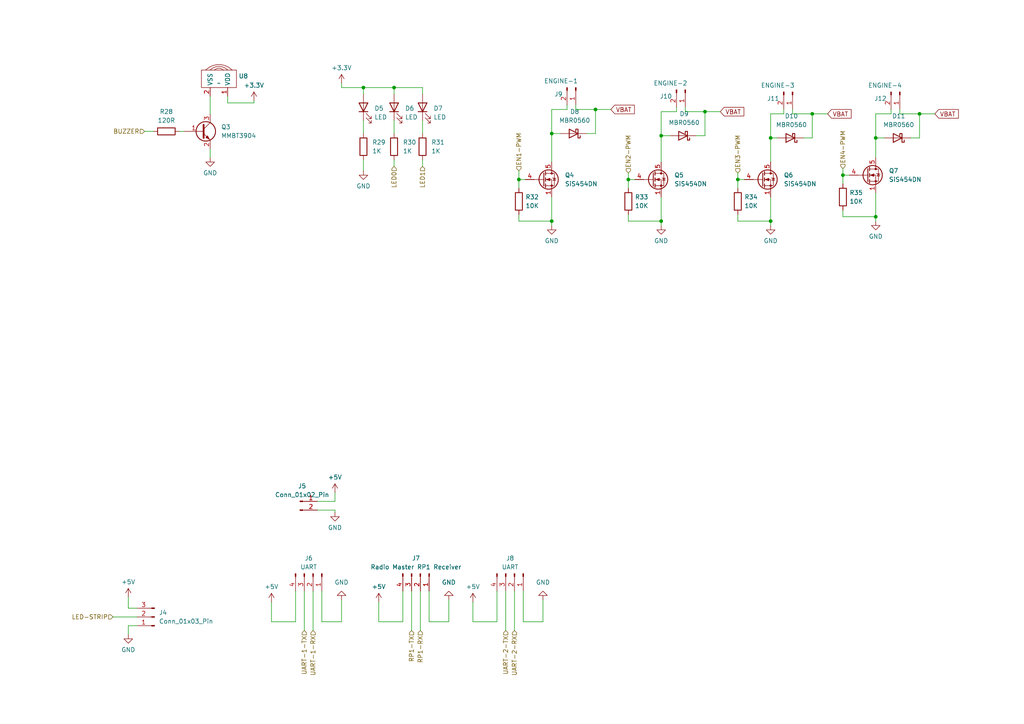
<source format=kicad_sch>
(kicad_sch (version 20231120) (generator "eeschema") (generator_version "8.0")
  (paper "A4")
  (lib_symbols
    (symbol "Connector:Conn_01x02_Pin" (pin_names (offset 1.016) hide)
      (property "Reference" "J" (at 0 2.54 0))
      (property "Value" "Conn_01x02_Pin" (at 0 -5.08 0))
      (symbol "Conn_01x02_Pin_1_1"
        (polyline (pts (xy 1.27 -2.54) (xy 0.8636 -2.54)) (stroke (width 0.1524)))
        (polyline (pts (xy 1.27 0) (xy 0.8636 0)) (stroke (width 0.1524)))
        (rectangle (start 0.8636 -2.413) (end 0 -2.667) (stroke (width 0.1524)) (fill (type outline)))
        (rectangle (start 0.8636 0.127) (end 0 -0.127) (stroke (width 0.1524)) (fill (type outline)))
        (pin passive line (at 5.08 0 180) (length 3.81) (name "Pin_1") (number "1"))
        (pin passive line (at 5.08 -2.54 180) (length 3.81) (name "Pin_2") (number "2"))
      )
    )
    (symbol "Connector:Conn_01x03_Pin" (pin_names (offset 1.016) hide)
      (property "Reference" "J" (at 0 5.08 0))
      (property "Value" "Conn_01x03_Pin" (at 0 -5.08 0))
      (symbol "Conn_01x03_Pin_1_1"
        (polyline (pts (xy 1.27 -2.54) (xy 0.8636 -2.54)) (stroke (width 0.1524)))
        (polyline (pts (xy 1.27 0) (xy 0.8636 0)) (stroke (width 0.1524)))
        (polyline (pts (xy 1.27 2.54) (xy 0.8636 2.54)) (stroke (width 0.1524)))
        (rectangle (start 0.8636 -2.413) (end 0 -2.667) (stroke (width 0.1524)) (fill (type outline)))
        (rectangle (start 0.8636 0.127) (end 0 -0.127) (stroke (width 0.1524)) (fill (type outline)))
        (rectangle (start 0.8636 2.667) (end 0 2.413) (stroke (width 0.1524)) (fill (type outline)))
        (pin passive line (at 5.08 2.54 180) (length 3.81) (name "Pin_1") (number "1"))
        (pin passive line (at 5.08 0 180) (length 3.81) (name "Pin_2") (number "2"))
        (pin passive line (at 5.08 -2.54 180) (length 3.81) (name "Pin_3") (number "3"))
      )
    )
    (symbol "Connector:Conn_01x04_Pin" (pin_names (offset 1.016) hide)
      (property "Reference" "J" (at 0 5.08 0))
      (property "Value" "Conn_01x04_Pin" (at 0 -7.62 0))
      (symbol "Conn_01x04_Pin_1_1"
        (polyline (pts (xy 1.27 -5.08) (xy 0.8636 -5.08)) (stroke (width 0.1524)))
        (polyline (pts (xy 1.27 -2.54) (xy 0.8636 -2.54)) (stroke (width 0.1524)))
        (polyline (pts (xy 1.27 0) (xy 0.8636 0)) (stroke (width 0.1524)))
        (polyline (pts (xy 1.27 2.54) (xy 0.8636 2.54)) (stroke (width 0.1524)))
        (rectangle (start 0.8636 -4.953) (end 0 -5.207) (stroke (width 0.1524)) (fill (type outline)))
        (rectangle (start 0.8636 -2.413) (end 0 -2.667) (stroke (width 0.1524)) (fill (type outline)))
        (rectangle (start 0.8636 0.127) (end 0 -0.127) (stroke (width 0.1524)) (fill (type outline)))
        (rectangle (start 0.8636 2.667) (end 0 2.413) (stroke (width 0.1524)) (fill (type outline)))
        (pin passive line (at 5.08 2.54 180) (length 3.81) (name "Pin_1") (number "1"))
        (pin passive line (at 5.08 0 180) (length 3.81) (name "Pin_2") (number "2"))
        (pin passive line (at 5.08 -2.54 180) (length 3.81) (name "Pin_3") (number "3"))
        (pin passive line (at 5.08 -5.08 180) (length 3.81) (name "Pin_4") (number "4"))
      )
    )
    (symbol "Device:LED" (pin_numbers hide) (pin_names (offset 1.016) hide)
      (property "Reference" "D" (at 0 2.54 0))
      (property "Value" "LED" (at 0 -2.54 0))
      (symbol "LED_0_1"
        (polyline (pts (xy -1.27 -1.27) (xy -1.27 1.27)) (stroke (width 0.254)))
        (polyline (pts (xy -1.27 0) (xy 1.27 0)))
        (polyline (pts (xy 1.27 -1.27) (xy 1.27 1.27) (xy -1.27 0) (xy 1.27 -1.27)) (stroke (width 0.254)))
        (polyline (pts (xy -3.048 -0.762) (xy -4.572 -2.286) (xy -3.81 -2.286) (xy -4.572 -2.286) (xy -4.572 -1.524)))
        (polyline (pts (xy -1.778 -0.762) (xy -3.302 -2.286) (xy -2.54 -2.286) (xy -3.302 -2.286) (xy -3.302 -1.524)))
      )
      (symbol "LED_1_1"
        (pin passive line (at -3.81 0 0) (length 2.54) (name "K") (number "1"))
        (pin passive line (at 3.81 0 180) (length 2.54) (name "A") (number "2"))
      )
    )
    (symbol "Device:R" (pin_numbers hide) (pin_names (offset 0))
      (property "Reference" "R" (at 2.032 0 90))
      (property "Value" "R" (at 0 0 90))
      (symbol "R_0_1"
        (rectangle (start -1.016 -2.54) (end 1.016 2.54) (stroke (width 0.254)))
      )
      (symbol "R_1_1"
        (pin passive line (at 0 3.81 270) (length 1.27) (name "~") (number "1"))
        (pin passive line (at 0 -3.81 90) (length 1.27) (name "~") (number "2"))
      )
    )
    (symbol "Diode:MBR0560" (pin_numbers hide) (pin_names (offset 1.016) hide)
      (property "Reference" "D" (at 0 2.54 0))
      (property "Value" "MBR0560" (at 0 -2.54 0))
      (symbol "MBR0560_0_1"
        (polyline (pts (xy 1.27 0) (xy -1.27 0)))
        (polyline (pts (xy 1.27 1.27) (xy 1.27 -1.27) (xy -1.27 0) (xy 1.27 1.27)) (stroke (width 0.254)))
        (polyline (pts (xy -1.905 0.635) (xy -1.905 1.27) (xy -1.27 1.27) (xy -1.27 -1.27) (xy -0.635 -1.27) (xy -0.635 -0.635)) (stroke (width 0.254)))
      )
      (symbol "MBR0560_1_1"
        (pin passive line (at -3.81 0 0) (length 2.54) (name "K") (number "1"))
        (pin passive line (at 3.81 0 180) (length 2.54) (name "A") (number "2"))
      )
    )
    (symbol "Transistor_BJT:MMBT3904" (pin_names (offset 0) hide)
      (property "Reference" "Q" (at 5.08 1.905 0))
      (property "Value" "MMBT3904" (at 5.08 0 0))
      (symbol "MMBT3904_0_1"
        (polyline (pts (xy 0.635 0.635) (xy 2.54 2.54)))
        (polyline (pts (xy 0.635 -0.635) (xy 2.54 -2.54) (xy 2.54 -2.54)))
        (polyline (pts (xy 0.635 1.905) (xy 0.635 -1.905) (xy 0.635 -1.905)) (stroke (width 0.508)))
        (polyline (pts (xy 1.27 -1.778) (xy 1.778 -1.27) (xy 2.286 -2.286) (xy 1.27 -1.778) (xy 1.27 -1.778)) (fill (type outline)))
        (circle (center 1.27 0) (radius 2.8194) (stroke (width 0.254)))
      )
      (symbol "MMBT3904_1_1"
        (pin input line (at -5.08 0 0) (length 5.715) (name "B") (number "1"))
        (pin passive line (at 2.54 -5.08 90) (length 2.54) (name "E") (number "2"))
        (pin passive line (at 2.54 5.08 270) (length 2.54) (name "C") (number "3"))
      )
    )
    (symbol "Transistor_FET:SiS454DN" (pin_names hide)
      (property "Reference" "Q" (at 5.08 1.905 0))
      (property "Value" "SiS454DN" (at 5.08 0 0))
      (symbol "SiS454DN_0_1"
        (polyline (pts (xy 0.254 0) (xy -2.54 0)))
        (polyline (pts (xy 0.254 1.905) (xy 0.254 -1.905)) (stroke (width 0.254)))
        (polyline (pts (xy 0.762 -1.27) (xy 0.762 -2.286)) (stroke (width 0.254)))
        (polyline (pts (xy 0.762 0.508) (xy 0.762 -0.508)) (stroke (width 0.254)))
        (polyline (pts (xy 0.762 2.286) (xy 0.762 1.27)) (stroke (width 0.254)))
        (polyline (pts (xy 2.54 2.54) (xy 2.54 1.778)))
        (polyline (pts (xy 2.54 -2.54) (xy 2.54 0) (xy 0.762 0)))
        (polyline (pts (xy 0.762 -1.778) (xy 3.302 -1.778) (xy 3.302 1.778) (xy 0.762 1.778)))
        (polyline (pts (xy 1.016 0) (xy 2.032 0.381) (xy 2.032 -0.381) (xy 1.016 0)) (fill (type outline)))
        (polyline (pts (xy 2.794 0.508) (xy 2.921 0.381) (xy 3.683 0.381) (xy 3.81 0.254)))
        (polyline (pts (xy 3.302 0.381) (xy 2.921 -0.254) (xy 3.683 -0.254) (xy 3.302 0.381)))
        (circle (center 1.651 0) (radius 2.794) (stroke (width 0.254)))
        (circle (center 2.54 -1.778) (radius 0.254) (fill (type outline)))
        (circle (center 2.54 1.778) (radius 0.254) (fill (type outline)))
      )
      (symbol "SiS454DN_1_1"
        (pin passive line (at 2.54 -5.08 90) (length 2.54) (name "S") (number "1"))
        (pin passive line (at 2.54 -5.08 90) (length 2.54) hide (name "S") (number "2"))
        (pin passive line (at 2.54 -5.08 90) (length 2.54) hide (name "S") (number "3"))
        (pin input line (at -5.08 0 0) (length 2.54) (name "G") (number "4"))
        (pin passive line (at 2.54 5.08 270) (length 2.54) (name "D") (number "5"))
      )
    )
    (symbol "YX7425P:YX7525P"
      (property "Reference" "U" (at 5.08 5.08 0))
      (symbol "YX7525P_0_1"
        (rectangle (start -5.08 3.81) (end 5.08 -1.27))
        (arc (start 1.27 3.81) (mid 0 4.336) (end -1.27 3.81))
        (arc (start 2.54 3.81) (mid 0 4.8621) (end -2.54 3.81))
        (arc (start 3.81 3.81) (mid 0 5.3881) (end -3.81 3.81))
      )
      (symbol "YX7525P_1_1"
        (pin input line (at 2.54 -3.81 90) (length 2.54) (name "VDD") (number "1"))
        (pin input line (at -2.54 -3.81 90) (length 2.54) (name "VSS") (number "2"))
      )
    )
    (symbol "power:+3.3V" (power) (pin_names (offset 0))
      (property "Value" "+3.3V" (at 0 3.556 0))
      (symbol "+3.3V_0_1"
        (polyline (pts (xy -0.762 1.27) (xy 0 2.54)))
        (polyline (pts (xy 0 0) (xy 0 2.54)))
        (polyline (pts (xy 0 2.54) (xy 0.762 1.27)))
      )
      (symbol "+3.3V_1_1"
        (pin power_in line (at 0 0 90) (length 0) hide (name "+3.3V") (number "1"))
      )
    )
    (symbol "power:+5V" (power) (pin_names (offset 0))
      (property "Value" "+5V" (at 0 3.556 0))
      (symbol "+5V_0_1"
        (polyline (pts (xy -0.762 1.27) (xy 0 2.54)))
        (polyline (pts (xy 0 0) (xy 0 2.54)))
        (polyline (pts (xy 0 2.54) (xy 0.762 1.27)))
      )
      (symbol "+5V_1_1"
        (pin power_in line (at 0 0 90) (length 0) hide (name "+5V") (number "1"))
      )
    )
    (symbol "power:GND" (power) (pin_names (offset 0))
      (property "Value" "GND" (at 0 -3.81 0))
      (symbol "GND_0_1"
        (polyline (pts (xy 0 0) (xy 0 -1.27) (xy 1.27 -1.27) (xy 0 -2.54) (xy -1.27 -1.27) (xy 0 -1.27)))
      )
      (symbol "GND_1_1"
        (pin power_in line (at 0 0 270) (length 0) hide (name "GND") (number "1"))
      )
    )
  )
  (junction (at 191.77 39.37))
  (junction (at 114.3 25.4))
  (junction (at 105.41 25.4))
  (junction (at 182.245 52.07))
  (junction (at 266.7 33.02))
  (junction (at 235.585 33.02))
  (junction (at 191.77 64.135))
  (junction (at 254 62.865))
  (junction (at 223.52 40.005))
  (junction (at 254 40.005))
  (junction (at 244.475 50.8))
  (junction (at 160.02 64.135))
  (junction (at 204.47 32.385))
  (junction (at 160.02 38.735))
  (junction (at 223.52 64.135))
  (junction (at 172.72 31.75))
  (junction (at 150.495 52.07))
  (junction (at 213.995 52.07))
  (wire (pts (xy 137.16 180.34) (xy 144.145 180.34)))
  (wire (pts (xy 223.52 40.005) (xy 225.425 40.005)))
  (wire (pts (xy 227.33 33.02) (xy 227.33 31.75)))
  (wire (pts (xy 37.211 176.403) (xy 39.751 176.403)))
  (wire (pts (xy 124.46 171.45) (xy 124.46 180.34)))
  (wire (pts (xy 233.045 40.005) (xy 235.585 40.005)))
  (wire (pts (xy 93.345 180.34) (xy 99.06 180.34)))
  (wire (pts (xy 258.445 33.02) (xy 258.445 31.75)))
  (wire (pts (xy 99.06 25.4) (xy 105.41 25.4)))
  (wire (pts (xy 150.495 49.53) (xy 150.495 52.07)))
  (wire (pts (xy 88.265 171.45) (xy 88.265 182.88)))
  (wire (pts (xy 150.495 52.07) (xy 152.4 52.07)))
  (wire (pts (xy 266.7 40.005) (xy 266.7 33.02)))
  (wire (pts (xy 164.465 31.75) (xy 164.465 30.48)))
  (wire (pts (xy 37.211 181.483) (xy 39.751 181.483)))
  (wire (pts (xy 266.7 33.02) (xy 271.145 33.02)))
  (wire (pts (xy 204.47 32.385) (xy 198.755 32.385)))
  (wire (pts (xy 97.155 147.955) (xy 97.155 148.59)))
  (wire (pts (xy 160.02 38.735) (xy 160.02 46.99)))
  (wire (pts (xy 114.3 25.4) (xy 114.3 27.305)))
  (wire (pts (xy 137.16 174.625) (xy 137.16 180.34)))
  (wire (pts (xy 66.04 29.845) (xy 73.66 29.845)))
  (wire (pts (xy 198.755 32.385) (xy 198.755 31.115)))
  (wire (pts (xy 213.995 50.165) (xy 213.995 52.07)))
  (wire (pts (xy 160.02 31.75) (xy 160.02 38.735)))
  (wire (pts (xy 172.72 38.735) (xy 172.72 31.75)))
  (wire (pts (xy 151.765 180.34) (xy 157.48 180.34)))
  (wire (pts (xy 264.16 40.005) (xy 266.7 40.005)))
  (wire (pts (xy 223.52 57.15) (xy 223.52 64.135)))
  (wire (pts (xy 146.685 171.45) (xy 146.685 182.88)))
  (wire (pts (xy 157.48 180.34) (xy 157.48 173.99)))
  (wire (pts (xy 124.46 180.34) (xy 130.175 180.34)))
  (wire (pts (xy 97.155 145.415) (xy 92.075 145.415)))
  (wire (pts (xy 122.555 48.26) (xy 122.555 46.355)))
  (wire (pts (xy 99.06 180.34) (xy 99.06 173.99)))
  (wire (pts (xy 254 33.02) (xy 258.445 33.02)))
  (wire (pts (xy 260.985 33.02) (xy 260.985 31.75)))
  (wire (pts (xy 223.52 64.135) (xy 223.52 65.405)))
  (wire (pts (xy 78.74 180.34) (xy 85.725 180.34)))
  (wire (pts (xy 144.145 180.34) (xy 144.145 171.45)))
  (wire (pts (xy 151.765 171.45) (xy 151.765 180.34)))
  (wire (pts (xy 105.41 25.4) (xy 105.41 27.305)))
  (wire (pts (xy 182.245 50.165) (xy 182.245 52.07)))
  (wire (pts (xy 122.555 25.4) (xy 122.555 27.305)))
  (wire (pts (xy 194.31 39.37) (xy 191.77 39.37)))
  (wire (pts (xy 235.585 40.005) (xy 235.585 33.02)))
  (wire (pts (xy 78.74 174.625) (xy 78.74 180.34)))
  (wire (pts (xy 160.02 64.135) (xy 160.02 65.405)))
  (wire (pts (xy 191.77 32.385) (xy 196.215 32.385)))
  (wire (pts (xy 97.155 142.875) (xy 97.155 145.415)))
  (wire (pts (xy 109.855 180.34) (xy 116.84 180.34)))
  (wire (pts (xy 114.3 48.26) (xy 114.3 46.355)))
  (wire (pts (xy 213.995 54.61) (xy 213.995 52.07)))
  (wire (pts (xy 90.805 171.45) (xy 90.805 182.88)))
  (wire (pts (xy 204.47 32.385) (xy 208.915 32.385)))
  (wire (pts (xy 73.66 29.845) (xy 73.66 29.21)))
  (wire (pts (xy 191.77 39.37) (xy 191.77 46.99)))
  (wire (pts (xy 60.96 43.18) (xy 60.96 45.72)))
  (wire (pts (xy 223.52 33.02) (xy 223.52 40.005)))
  (wire (pts (xy 172.72 31.75) (xy 167.005 31.75)))
  (wire (pts (xy 223.52 40.005) (xy 223.52 46.99)))
  (wire (pts (xy 244.475 62.865) (xy 254 62.865)))
  (wire (pts (xy 93.345 171.45) (xy 93.345 180.34)))
  (wire (pts (xy 204.47 39.37) (xy 204.47 32.385)))
  (wire (pts (xy 191.77 64.135) (xy 191.77 65.405)))
  (wire (pts (xy 150.495 54.61) (xy 150.495 52.07)))
  (wire (pts (xy 182.245 52.07) (xy 184.15 52.07)))
  (wire (pts (xy 105.41 25.4) (xy 114.3 25.4)))
  (wire (pts (xy 223.52 33.02) (xy 227.33 33.02)))
  (wire (pts (xy 254 40.005) (xy 254 45.72)))
  (wire (pts (xy 105.41 46.355) (xy 105.41 49.53)))
  (wire (pts (xy 121.92 171.45) (xy 121.92 182.88)))
  (wire (pts (xy 99.06 24.13) (xy 99.06 25.4)))
  (wire (pts (xy 244.475 50.8) (xy 246.38 50.8)))
  (wire (pts (xy 150.495 62.23) (xy 150.495 64.135)))
  (wire (pts (xy 52.07 38.1) (xy 53.34 38.1)))
  (wire (pts (xy 254 55.88) (xy 254 62.865)))
  (wire (pts (xy 167.005 31.75) (xy 167.005 30.48)))
  (wire (pts (xy 182.245 54.61) (xy 182.245 52.07)))
  (wire (pts (xy 182.245 64.135) (xy 191.77 64.135)))
  (wire (pts (xy 37.211 184.023) (xy 37.211 181.483)))
  (wire (pts (xy 149.225 171.45) (xy 149.225 182.88)))
  (wire (pts (xy 213.995 64.135) (xy 223.52 64.135)))
  (wire (pts (xy 122.555 34.925) (xy 122.555 38.735)))
  (wire (pts (xy 32.766 178.943) (xy 39.751 178.943)))
  (wire (pts (xy 244.475 48.895) (xy 244.475 50.8)))
  (wire (pts (xy 150.495 64.135) (xy 160.02 64.135)))
  (wire (pts (xy 60.96 27.94) (xy 60.96 33.02)))
  (wire (pts (xy 182.245 62.23) (xy 182.245 64.135)))
  (wire (pts (xy 191.77 39.37) (xy 191.77 32.385)))
  (wire (pts (xy 37.211 173.228) (xy 37.211 176.403)))
  (wire (pts (xy 266.7 33.02) (xy 260.985 33.02)))
  (wire (pts (xy 235.585 33.02) (xy 229.87 33.02)))
  (wire (pts (xy 235.585 33.02) (xy 240.03 33.02)))
  (wire (pts (xy 160.02 31.75) (xy 164.465 31.75)))
  (wire (pts (xy 160.02 57.15) (xy 160.02 64.135)))
  (wire (pts (xy 254 33.02) (xy 254 40.005)))
  (wire (pts (xy 201.93 39.37) (xy 204.47 39.37)))
  (wire (pts (xy 172.72 31.75) (xy 177.165 31.75)))
  (wire (pts (xy 229.87 33.02) (xy 229.87 31.75)))
  (wire (pts (xy 162.56 38.735) (xy 160.02 38.735)))
  (wire (pts (xy 256.54 40.005) (xy 254 40.005)))
  (wire (pts (xy 170.18 38.735) (xy 172.72 38.735)))
  (wire (pts (xy 85.725 180.34) (xy 85.725 171.45)))
  (wire (pts (xy 109.855 174.625) (xy 109.855 180.34)))
  (wire (pts (xy 41.91 38.1) (xy 44.45 38.1)))
  (wire (pts (xy 244.475 53.34) (xy 244.475 50.8)))
  (wire (pts (xy 244.475 60.96) (xy 244.475 62.865)))
  (wire (pts (xy 116.84 180.34) (xy 116.84 171.45)))
  (wire (pts (xy 130.175 180.34) (xy 130.175 173.99)))
  (wire (pts (xy 191.77 57.15) (xy 191.77 64.135)))
  (wire (pts (xy 66.04 27.94) (xy 66.04 29.845)))
  (wire (pts (xy 196.215 32.385) (xy 196.215 31.115)))
  (wire (pts (xy 213.995 52.07) (xy 215.9 52.07)))
  (wire (pts (xy 119.38 171.45) (xy 119.38 182.88)))
  (wire (pts (xy 105.41 34.925) (xy 105.41 38.735)))
  (wire (pts (xy 114.3 34.925) (xy 114.3 38.735)))
  (wire (pts (xy 92.075 147.955) (xy 97.155 147.955)))
  (wire (pts (xy 254 62.865) (xy 254 64.135)))
  (wire (pts (xy 114.3 25.4) (xy 122.555 25.4)))
  (wire (pts (xy 213.995 62.23) (xy 213.995 64.135)))
  (global_label "VBAT" (shape input) (at 177.165 31.75 0) (property "Intersheetrefs" "${INTERSHEET_REFS}" (effects (hide yes))))
  (global_label "VBAT" (shape input) (at 208.915 32.385 0) (property "Intersheetrefs" "${INTERSHEET_REFS}" (effects (hide yes))))
  (global_label "VBAT" (shape input) (at 240.03 33.02 0) (property "Intersheetrefs" "${INTERSHEET_REFS}" (effects (hide yes))))
  (global_label "VBAT" (shape input) (at 271.145 33.02 0) (property "Intersheetrefs" "${INTERSHEET_REFS}" (effects (hide yes))))
  (hierarchical_label "UART-2-RX" (shape input) (at 149.225 182.88 270))
  (hierarchical_label "UART-1-RX" (shape input) (at 90.805 182.88 270))
  (hierarchical_label "BUZZER" (shape input) (at 41.91 38.1 180))
  (hierarchical_label "EN4-PWM" (shape input) (at 244.475 48.895 90))
  (hierarchical_label "EN3-PWM" (shape input) (at 213.995 50.165 90))
  (hierarchical_label "LED0" (shape input) (at 114.3 48.26 270))
  (hierarchical_label "RP1-RX" (shape input) (at 121.92 182.88 270))
  (hierarchical_label "LED1" (shape input) (at 122.555 48.26 270))
  (hierarchical_label "EN1-PWM" (shape input) (at 150.495 49.53 90))
  (hierarchical_label "UART-2-TX" (shape input) (at 146.685 182.88 270))
  (hierarchical_label "UART-1-TX" (shape input) (at 88.265 182.88 270))
  (hierarchical_label "EN2-PWM" (shape input) (at 182.245 50.165 90))
  (hierarchical_label "LED-STRIP" (shape input) (at 32.766 178.943 180))
  (hierarchical_label "RP1-TX" (shape input) (at 119.38 182.88 270))
  (symbol (lib_id "Device:R") (at 122.555 42.545 0) (unit 1)
    (property "Reference" "R31" (at 125.095 41.275 0) (effects (justify left)))
    (property "Value" "1K" (at 125.095 43.815 0) (effects (justify left)))
    (property "Footprint" "Resistor_SMD:R_0402_1005Metric" (effects (hide yes)))
    (instances (project "MicroFlightController-v2" (path "" (reference "R31") (unit 1))) (project "MicroFlightController" (path "" (reference "R4") (unit 1))) (project "peripheral" (path "" (reference "R4") (unit 1))) (project "MiniDroneController" (path "" (reference "R24") (unit 1))))
  )
  (symbol (lib_id "power:GND") (at 254 64.135 0) (unit 1)
    (property "Reference" "#PWR081" (effects (hide yes)))
    (property "Value" "GND" (at 254 68.58 0))
  )
  (symbol (lib_id "power:GND") (at 37.211 184.023 0) (unit 1)
    (property "Reference" "#PWR065" (effects (hide yes)))
    (property "Value" "GND" (at 37.211 188.468 0))
    (instances (project "MicroFlightController-v2" (path "" (reference "#PWR065") (unit 1))) (project "MicroFlightController" (path "" (reference "#PWR08") (unit 1))) (project "peripheral" (path "" (reference "#PWR08") (unit 1))))
  )
  (symbol (lib_id "Diode:MBR0560") (at 166.37 38.735 180) (unit 1)
    (property "Reference" "D8" (at 166.6875 32.385 0))
    (property "Value" "MBR0560" (at 166.6875 34.925 0))
    (property "Footprint" "Diode_SMD:D_SOD-123" (effects (hide yes)))
    (property "Datasheet" "http://www.mccsemi.com/up_pdf/MBR0520~MBR0580(SOD123).pdf" (effects (hide yes)))
  )
  (symbol (lib_id "Device:R") (at 213.995 58.42 0) (unit 1)
    (property "Reference" "R34" (at 215.9 57.15 0) (effects (justify left)))
    (property "Value" "10K" (at 215.9 59.69 0) (effects (justify left)))
    (property "Footprint" "Resistor_SMD:R_0402_1005Metric" (effects (hide yes)))
  )
  (symbol (lib_id "Device:LED") (at 114.3 31.115 90) (unit 1)
    (property "Reference" "D6" (at 117.475 31.4325 90) (effects (justify right)))
    (property "Value" "LED" (at 117.475 33.9725 90) (effects (justify right)))
    (property "Footprint" "LED_SMD:LED_0603_1608Metric" (effects (hide yes)))
    (instances (project "MicroFlightController-v2" (path "" (reference "D6") (unit 1))) (project "MicroFlightController" (path "" (reference "D2") (unit 1))) (project "peripheral" (path "" (reference "D2") (unit 1))) (project "MiniDroneController" (path "" (reference "D8") (unit 1))))
  )
  (symbol (lib_id "power:GND") (at 157.48 173.99 180) (unit 1)
    (property "Reference" "#PWR077" (effects (hide yes)))
    (property "Value" "GND" (at 157.48 168.91 0))
    (instances (project "MicroFlightController-v2" (path "" (reference "#PWR077") (unit 1))) (project "MicroFlightController" (path "" (reference "#PWR014") (unit 1))) (project "peripheral" (path "" (reference "#PWR014") (unit 1))) (project "MiniDroneController" (path "" (reference "#PWR071") (unit 1))))
  )
  (symbol (lib_id "YX7425P:YX7525P") (at 63.5 24.13 0) (unit 1)
    (property "Reference" "U8" (at 69.215 22.0709 0) (effects (justify left)))
    (property "Value" "~" (at 63.5 24.13 0))
    (property "Footprint" "yx7525p:YX7527P" (effects (hide yes)))
    (property "Datasheet" "https://cdn.ozdisan.com/ETicaret_Dosya/504754_7968202.pdf" (effects (hide yes)))
    (instances (project "MicroFlightController-v2" (path "" (reference "U8") (unit 1))) (project "MicroFlightController" (path "" (reference "U1") (unit 1))) (project "peripheral" (path "" (reference "U1") (unit 1))) (project "MiniDroneController" (path "" (reference "U8") (unit 1))))
  )
  (symbol (lib_id "Connector:Conn_01x04_Pin") (at 90.805 166.37 270) (unit 1)
    (property "Reference" "J6" (at 89.535 161.925 90))
    (property "Value" "UART" (at 89.535 164.465 90))
    (property "Footprint" "Connector_PinHeader_1.27mm:PinHeader_1x04_P1.27mm_Vertical" (effects (hide yes)))
    (instances (project "MicroFlightController-v2" (path "" (reference "J6") (unit 1))) (project "MicroFlightController" (path "" (reference "J5") (unit 1))) (project "peripheral" (path "" (reference "J5") (unit 1))) (project "MiniDroneController" (path "" (reference "J4") (unit 1))))
  )
  (symbol (lib_id "Diode:MBR0560") (at 198.12 39.37 180) (unit 1)
    (property "Reference" "D9" (at 198.4375 33.02 0))
    (property "Value" "MBR0560" (at 198.4375 35.56 0))
    (property "Footprint" "Diode_SMD:D_SOD-123" (effects (hide yes)))
    (property "Datasheet" "http://www.mccsemi.com/up_pdf/MBR0520~MBR0580(SOD123).pdf" (effects (hide yes)))
  )
  (symbol (lib_id "Connector:Conn_01x04_Pin") (at 149.225 166.37 270) (unit 1)
    (property "Reference" "J8" (at 147.955 161.925 90))
    (property "Value" "UART" (at 147.955 164.465 90))
    (property "Footprint" "Connector_PinHeader_1.27mm:PinHeader_1x04_P1.27mm_Vertical" (effects (hide yes)))
    (instances (project "MicroFlightController-v2" (path "" (reference "J8") (unit 1))) (project "MicroFlightController" (path "" (reference "J5") (unit 1))) (project "peripheral" (path "" (reference "J5") (unit 1))) (project "MiniDroneController" (path "" (reference "J4") (unit 1))))
  )
  (symbol (lib_id "Device:R") (at 105.41 42.545 0) (unit 1)
    (property "Reference" "R29" (at 107.95 41.275 0) (effects (justify left)))
    (property "Value" "1K" (at 107.95 43.815 0) (effects (justify left)))
    (property "Footprint" "Resistor_SMD:R_0402_1005Metric" (effects (hide yes)))
    (instances (project "MicroFlightController-v2" (path "" (reference "R29") (unit 1))) (project "MicroFlightController" (path "" (reference "R2") (unit 1))) (project "peripheral" (path "" (reference "R2") (unit 1))) (project "MiniDroneController" (path "" (reference "R22") (unit 1))))
  )
  (symbol (lib_id "power:GND") (at 191.77 65.405 0) (unit 1)
    (property "Reference" "#PWR079" (effects (hide yes)))
    (property "Value" "GND" (at 191.77 69.85 0))
  )
  (symbol (lib_id "Connector:Conn_01x03_Pin") (at 44.831 178.943 180) (unit 1)
    (property "Reference" "J4" (at 46.101 177.673 0) (effects (justify right)))
    (property "Value" "Conn_01x03_Pin" (at 46.101 180.213 0) (effects (justify right)))
    (property "Footprint" "Connector_PinHeader_1.27mm:PinHeader_1x03_P1.27mm_Vertical" (effects (hide yes)))
  )
  (symbol (lib_id "Connector:Conn_01x02_Pin") (at 198.755 26.035 270) (unit 1)
    (property "Reference" "J10" (at 194.945 27.94 90) (effects (justify right)))
    (property "Value" "ENGINE-2" (at 199.39 24.13 90) (effects (justify right)))
    (property "Footprint" "Connector_PinHeader_1.27mm:PinHeader_1x02_P1.27mm_Vertical" (effects (hide yes)))
    (instances (project "MicroFlightController-v2" (path "" (reference "J10") (unit 1))) (project "MicroFlightController" (path "" (reference "J7") (unit 1))) (project "peripheral" (path "" (reference "J7") (unit 1))) (project "MiniDroneController" (path "" (reference "J6") (unit 1))))
  )
  (symbol (lib_id "power:GND") (at 223.52 65.405 0) (unit 1)
    (property "Reference" "#PWR080" (effects (hide yes)))
    (property "Value" "GND" (at 223.52 69.85 0))
  )
  (symbol (lib_id "Connector:Conn_01x02_Pin") (at 260.985 26.67 270) (unit 1)
    (property "Reference" "J12" (at 257.175 28.575 90) (effects (justify right)))
    (property "Value" "ENGINE-4" (at 261.62 24.765 90) (effects (justify right)))
    (property "Footprint" "Connector_PinHeader_1.27mm:PinHeader_1x02_P1.27mm_Vertical" (effects (hide yes)))
    (instances (project "MicroFlightController-v2" (path "" (reference "J12") (unit 1))) (project "MicroFlightController" (path "" (reference "J9") (unit 1))) (project "peripheral" (path "" (reference "J9") (unit 1))) (project "MiniDroneController" (path "" (reference "J8") (unit 1))))
  )
  (symbol (lib_id "Device:LED") (at 105.41 31.115 90) (unit 1)
    (property "Reference" "D5" (at 108.585 31.4325 90) (effects (justify right)))
    (property "Value" "LED" (at 108.585 33.9725 90) (effects (justify right)))
    (property "Footprint" "LED_SMD:LED_0603_1608Metric" (effects (hide yes)))
    (instances (project "MicroFlightController-v2" (path "" (reference "D5") (unit 1))) (project "MicroFlightController" (path "" (reference "D1") (unit 1))) (project "peripheral" (path "" (reference "D1") (unit 1))) (project "MiniDroneController" (path "" (reference "D6") (unit 1))))
  )
  (symbol (lib_id "Diode:MBR0560") (at 260.35 40.005 180) (unit 1)
    (property "Reference" "D11" (at 260.6675 33.655 0))
    (property "Value" "MBR0560" (at 260.6675 36.195 0))
    (property "Footprint" "Diode_SMD:D_SOD-123" (effects (hide yes)))
    (property "Datasheet" "http://www.mccsemi.com/up_pdf/MBR0520~MBR0580(SOD123).pdf" (effects (hide yes)))
  )
  (symbol (lib_id "power:+5V") (at 37.211 173.228 0) (unit 1)
    (property "Reference" "#PWR064" (effects (hide yes)))
    (property "Value" "+5V" (at 37.211 168.783 0))
    (instances (project "MicroFlightController-v2" (path "" (reference "#PWR064") (unit 1))) (project "MicroFlightController" (path "" (reference "#PWR07") (unit 1))) (project "peripheral" (path "" (reference "#PWR07") (unit 1))) (project "MiniDroneController" (path "" (reference "#PWR060") (unit 1))))
  )
  (symbol (lib_id "power:+3.3V") (at 73.66 29.21 0) (unit 1)
    (property "Reference" "#PWR067" (effects (hide yes)))
    (property "Value" "+3.3V" (at 73.66 24.765 0))
    (instances (project "MicroFlightController-v2" (path "" (reference "#PWR067") (unit 1))) (project "MicroFlightController" (path "" (reference "#PWR010") (unit 1))) (project "peripheral" (path "" (reference "#PWR010") (unit 1))) (project "MiniDroneController" (path "" (reference "#PWR063") (unit 1))))
  )
  (symbol (lib_id "Device:R") (at 182.245 58.42 0) (unit 1)
    (property "Reference" "R33" (at 184.15 57.15 0) (effects (justify left)))
    (property "Value" "10K" (at 184.15 59.69 0) (effects (justify left)))
    (property "Footprint" "Resistor_SMD:R_0402_1005Metric" (effects (hide yes)))
  )
  (symbol (lib_id "power:+5V") (at 78.74 174.625 0) (unit 1)
    (property "Reference" "#PWR068" (effects (hide yes)))
    (property "Value" "+5V" (at 78.74 170.18 0))
    (instances (project "MicroFlightController-v2" (path "" (reference "#PWR068") (unit 1))) (project "MicroFlightController" (path "" (reference "#PWR013") (unit 1))) (project "peripheral" (path "" (reference "#PWR013") (unit 1))) (project "MiniDroneController" (path "" (reference "#PWR070") (unit 1))))
  )
  (symbol (lib_id "Device:R") (at 48.26 38.1 90) (unit 1)
    (property "Reference" "R28" (at 48.26 32.385 90))
    (property "Value" "120R" (at 48.26 34.925 90))
    (property "Footprint" "Resistor_SMD:R_0402_1005Metric" (effects (hide yes)))
    (instances (project "MicroFlightController-v2" (path "" (reference "R28") (unit 1))) (project "MicroFlightController" (path "" (reference "R1") (unit 1))) (project "peripheral" (path "" (reference "R1") (unit 1))) (project "MiniDroneController" (path "" (reference "R21") (unit 1))))
  )
  (symbol (lib_id "power:+5V") (at 109.855 174.625 0) (unit 1)
    (property "Reference" "#PWR074" (effects (hide yes)))
    (property "Value" "+5V" (at 109.855 170.18 0))
    (instances (project "MicroFlightController-v2" (path "" (reference "#PWR074") (unit 1))) (project "MicroFlightController" (path "" (reference "#PWR013") (unit 1))) (project "peripheral" (path "" (reference "#PWR013") (unit 1))) (project "MiniDroneController" (path "" (reference "#PWR070") (unit 1))))
  )
  (symbol (lib_id "Transistor_FET:SiS454DN") (at 220.98 52.07 0) (unit 1)
    (property "Reference" "Q6" (at 227.33 50.8 0) (effects (justify left)))
    (property "Value" "SiS454DN" (at 227.33 53.34 0) (effects (justify left)))
    (property "Footprint" "Package_SO:Vishay_PowerPAK_1212-8_Single" (effects (hide yes)))
    (property "Datasheet" "https://www.vishay.com/docs/66707/sis454dn.pdf" (effects (hide yes)))
  )
  (symbol (lib_id "Device:R") (at 150.495 58.42 0) (unit 1)
    (property "Reference" "R32" (at 152.4 57.15 0) (effects (justify left)))
    (property "Value" "10K" (at 152.4 59.69 0) (effects (justify left)))
    (property "Footprint" "Resistor_SMD:R_0402_1005Metric" (effects (hide yes)))
  )
  (symbol (lib_id "power:+3.3V") (at 99.06 24.13 0) (unit 1)
    (property "Reference" "#PWR071" (effects (hide yes)))
    (property "Value" "+3.3V" (at 99.06 19.685 0))
    (instances (project "MicroFlightController-v2" (path "" (reference "#PWR071") (unit 1))) (project "MicroFlightController" (path "" (reference "#PWR011") (unit 1))) (project "peripheral" (path "" (reference "#PWR011") (unit 1))) (project "MiniDroneController" (path "" (reference "#PWR065") (unit 1))))
  )
  (symbol (lib_id "power:GND") (at 105.41 49.53 0) (unit 1)
    (property "Reference" "#PWR073" (effects (hide yes)))
    (property "Value" "GND" (at 105.41 53.975 0))
    (instances (project "MicroFlightController-v2" (path "" (reference "#PWR073") (unit 1))) (project "MicroFlightController" (path "" (reference "#PWR012") (unit 1))) (project "peripheral" (path "" (reference "#PWR012") (unit 1))) (project "MiniDroneController" (path "" (reference "#PWR066") (unit 1))))
  )
  (symbol (lib_id "power:+5V") (at 97.155 142.875 0) (unit 1)
    (property "Reference" "#PWR069" (effects (hide yes)))
    (property "Value" "+5V" (at 97.155 138.43 0))
    (instances (project "MicroFlightController-v2" (path "" (reference "#PWR069") (unit 1))) (project "MicroFlightController" (path "" (reference "#PWR01") (unit 1))) (project "peripheral" (path "" (reference "#PWR01") (unit 1))) (project "MiniDroneController" (path "" (reference "#PWR060") (unit 1))))
  )
  (symbol (lib_id "Diode:MBR0560") (at 229.235 40.005 180) (unit 1)
    (property "Reference" "D10" (at 229.5525 33.655 0))
    (property "Value" "MBR0560" (at 229.5525 36.195 0))
    (property "Footprint" "Diode_SMD:D_SOD-123" (effects (hide yes)))
    (property "Datasheet" "http://www.mccsemi.com/up_pdf/MBR0520~MBR0580(SOD123).pdf" (effects (hide yes)))
  )
  (symbol (lib_id "Transistor_BJT:MMBT3904") (at 58.42 38.1 0) (unit 1)
    (property "Reference" "Q3" (at 64.135 36.83 0) (effects (justify left)))
    (property "Value" "MMBT3904" (at 64.135 39.37 0) (effects (justify left)))
    (property "Footprint" "Package_TO_SOT_SMD:SOT-23" (effects (hide yes)))
    (property "Datasheet" "https://www.onsemi.com/pdf/datasheet/pzt3904-d.pdf" (effects (hide yes)))
    (instances (project "MicroFlightController-v2" (path "" (reference "Q3") (unit 1))) (project "MicroFlightController" (path "" (reference "Q1") (unit 1))) (project "peripheral" (path "" (reference "Q1") (unit 1))) (project "MiniDroneController" (path "" (reference "Q2") (unit 1))))
  )
  (symbol (lib_id "power:GND") (at 130.175 173.99 180) (unit 1)
    (property "Reference" "#PWR075" (effects (hide yes)))
    (property "Value" "GND" (at 130.175 168.91 0))
    (instances (project "MicroFlightController-v2" (path "" (reference "#PWR075") (unit 1))) (project "MicroFlightController" (path "" (reference "#PWR014") (unit 1))) (project "peripheral" (path "" (reference "#PWR014") (unit 1))) (project "MiniDroneController" (path "" (reference "#PWR071") (unit 1))))
  )
  (symbol (lib_id "power:GND") (at 99.06 173.99 180) (unit 1)
    (property "Reference" "#PWR072" (effects (hide yes)))
    (property "Value" "GND" (at 99.06 168.91 0))
    (instances (project "MicroFlightController-v2" (path "" (reference "#PWR072") (unit 1))) (project "MicroFlightController" (path "" (reference "#PWR014") (unit 1))) (project "peripheral" (path "" (reference "#PWR014") (unit 1))) (project "MiniDroneController" (path "" (reference "#PWR071") (unit 1))))
  )
  (symbol (lib_id "power:GND") (at 160.02 65.405 0) (unit 1)
    (property "Reference" "#PWR078" (effects (hide yes)))
    (property "Value" "GND" (at 160.02 69.85 0))
  )
  (symbol (lib_id "Connector:Conn_01x02_Pin") (at 229.87 26.67 270) (unit 1)
    (property "Reference" "J11" (at 226.06 28.575 90) (effects (justify right)))
    (property "Value" "ENGINE-3" (at 230.505 24.765 90) (effects (justify right)))
    (property "Footprint" "Connector_PinHeader_1.27mm:PinHeader_1x02_P1.27mm_Vertical" (effects (hide yes)))
    (instances (project "MicroFlightController-v2" (path "" (reference "J11") (unit 1))) (project "MicroFlightController" (path "" (reference "J7") (unit 1))) (project "peripheral" (path "" (reference "J7") (unit 1))) (project "MiniDroneController" (path "" (reference "J6") (unit 1))))
  )
  (symbol (lib_id "Transistor_FET:SiS454DN") (at 189.23 52.07 0) (unit 1)
    (property "Reference" "Q5" (at 195.58 50.8 0) (effects (justify left)))
    (property "Value" "SiS454DN" (at 195.58 53.34 0) (effects (justify left)))
    (property "Footprint" "Package_SO:Vishay_PowerPAK_1212-8_Single" (effects (hide yes)))
    (property "Datasheet" "https://www.vishay.com/docs/66707/sis454dn.pdf" (effects (hide yes)))
  )
  (symbol (lib_id "power:GND") (at 97.155 148.59 0) (unit 1)
    (property "Reference" "#PWR070" (effects (hide yes)))
    (property "Value" "GND" (at 97.155 153.035 0))
    (instances (project "MicroFlightController-v2" (path "" (reference "#PWR070") (unit 1))) (project "MicroFlightController" (path "" (reference "#PWR02") (unit 1))) (project "peripheral" (path "" (reference "#PWR02") (unit 1))))
  )
  (symbol (lib_id "Device:LED") (at 122.555 31.115 90) (unit 1)
    (property "Reference" "D7" (at 125.73 31.4325 90) (effects (justify right)))
    (property "Value" "LED" (at 125.73 33.9725 90) (effects (justify right)))
    (property "Footprint" "LED_SMD:LED_0603_1608Metric" (effects (hide yes)))
    (instances (project "MicroFlightController-v2" (path "" (reference "D7") (unit 1))) (project "MicroFlightController" (path "" (reference "D3") (unit 1))) (project "peripheral" (path "" (reference "D3") (unit 1))) (project "MiniDroneController" (path "" (reference "D9") (unit 1))))
  )
  (symbol (lib_id "Device:R") (at 114.3 42.545 0) (unit 1)
    (property "Reference" "R30" (at 116.84 41.275 0) (effects (justify left)))
    (property "Value" "1K" (at 116.84 43.815 0) (effects (justify left)))
    (property "Footprint" "Resistor_SMD:R_0402_1005Metric" (effects (hide yes)))
    (instances (project "MicroFlightController-v2" (path "" (reference "R30") (unit 1))) (project "MicroFlightController" (path "" (reference "R3") (unit 1))) (project "peripheral" (path "" (reference "R3") (unit 1))) (project "MiniDroneController" (path "" (reference "R23") (unit 1))))
  )
  (symbol (lib_id "Connector:Conn_01x04_Pin") (at 121.92 166.37 270) (unit 1)
    (property "Reference" "J7" (at 120.65 161.925 90))
    (property "Value" "Radio Master RP1 Receiver" (at 120.65 164.465 90))
    (property "Footprint" "Connector_PinHeader_1.27mm:PinHeader_1x04_P1.27mm_Vertical" (effects (hide yes)))
    (instances (project "MicroFlightController-v2" (path "" (reference "J7") (unit 1))) (project "MicroFlightController" (path "" (reference "J5") (unit 1))) (project "peripheral" (path "" (reference "J5") (unit 1))) (project "MiniDroneController" (path "" (reference "J4") (unit 1))))
  )
  (symbol (lib_id "Connector:Conn_01x02_Pin") (at 86.995 145.415 0) (unit 1)
    (property "Reference" "J5" (at 87.63 140.97 0))
    (property "Value" "Conn_01x02_Pin" (at 87.63 143.51 0))
    (property "Footprint" "Connector_PinHeader_1.27mm:PinHeader_1x02_P1.27mm_Vertical" (effects (hide yes)))
    (instances (project "MicroFlightController-v2" (path "" (reference "J5") (unit 1))) (project "MicroFlightController" (path "" (reference "J1") (unit 1))) (project "peripheral" (path "" (reference "J1") (unit 1))))
  )
  (symbol (lib_id "Device:R") (at 244.475 57.15 0) (unit 1)
    (property "Reference" "R35" (at 246.38 55.88 0) (effects (justify left)))
    (property "Value" "10K" (at 246.38 58.42 0) (effects (justify left)))
    (property "Footprint" "Resistor_SMD:R_0402_1005Metric" (effects (hide yes)))
  )
  (symbol (lib_id "Transistor_FET:SiS454DN") (at 251.46 50.8 0) (unit 1)
    (property "Reference" "Q7" (at 257.81 49.53 0) (effects (justify left)))
    (property "Value" "SiS454DN" (at 257.81 52.07 0) (effects (justify left)))
    (property "Footprint" "Package_SO:Vishay_PowerPAK_1212-8_Single" (effects (hide yes)))
    (property "Datasheet" "https://www.vishay.com/docs/66707/sis454dn.pdf" (effects (hide yes)))
  )
  (symbol (lib_id "power:+5V") (at 137.16 174.625 0) (unit 1)
    (property "Reference" "#PWR076" (effects (hide yes)))
    (property "Value" "+5V" (at 137.16 170.18 0))
    (instances (project "MicroFlightController-v2" (path "" (reference "#PWR076") (unit 1))) (project "MicroFlightController" (path "" (reference "#PWR013") (unit 1))) (project "peripheral" (path "" (reference "#PWR013") (unit 1))) (project "MiniDroneController" (path "" (reference "#PWR070") (unit 1))))
  )
  (symbol (lib_id "Transistor_FET:SiS454DN") (at 157.48 52.07 0) (unit 1)
    (property "Reference" "Q4" (at 163.83 50.8 0) (effects (justify left)))
    (property "Value" "SiS454DN" (at 163.83 53.34 0) (effects (justify left)))
    (property "Footprint" "Package_SO:Vishay_PowerPAK_1212-8_Single" (effects (hide yes)))
    (property "Datasheet" "https://www.vishay.com/docs/66707/sis454dn.pdf" (effects (hide yes)))
  )
  (symbol (lib_id "Connector:Conn_01x02_Pin") (at 167.005 25.4 270) (unit 1)
    (property "Reference" "J9" (at 163.195 27.305 90) (effects (justify right)))
    (property "Value" "ENGINE-1" (at 167.64 23.495 90) (effects (justify right)))
    (property "Footprint" "Connector_PinHeader_1.27mm:PinHeader_1x02_P1.27mm_Vertical" (effects (hide yes)))
    (instances (project "MicroFlightController-v2" (path "" (reference "J9") (unit 1))) (project "MicroFlightController" (path "" (reference "J7") (unit 1))) (project "peripheral" (path "" (reference "J7") (unit 1))) (project "MiniDroneController" (path "" (reference "J6") (unit 1))))
  )
  (symbol (lib_id "power:GND") (at 60.96 45.72 0) (unit 1)
    (property "Reference" "#PWR066" (effects (hide yes)))
    (property "Value" "GND" (at 60.96 50.165 0))
    (instances (project "MicroFlightController-v2" (path "" (reference "#PWR066") (unit 1))) (project "MicroFlightController" (path "" (reference "#PWR09") (unit 1))) (project "peripheral" (path "" (reference "#PWR09") (unit 1))) (project "MiniDroneController" (path "" (reference "#PWR062") (unit 1))))
  )
)
</source>
